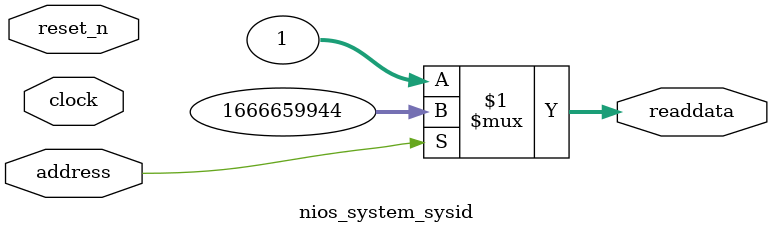
<source format=v>



// synthesis translate_off
`timescale 1ns / 1ps
// synthesis translate_on

// turn off superfluous verilog processor warnings 
// altera message_level Level1 
// altera message_off 10034 10035 10036 10037 10230 10240 10030 

module nios_system_sysid (
               // inputs:
                address,
                clock,
                reset_n,

               // outputs:
                readdata
             )
;

  output  [ 31: 0] readdata;
  input            address;
  input            clock;
  input            reset_n;

  wire    [ 31: 0] readdata;
  //control_slave, which is an e_avalon_slave
  assign readdata = address ? 1666659944 : 1;

endmodule



</source>
